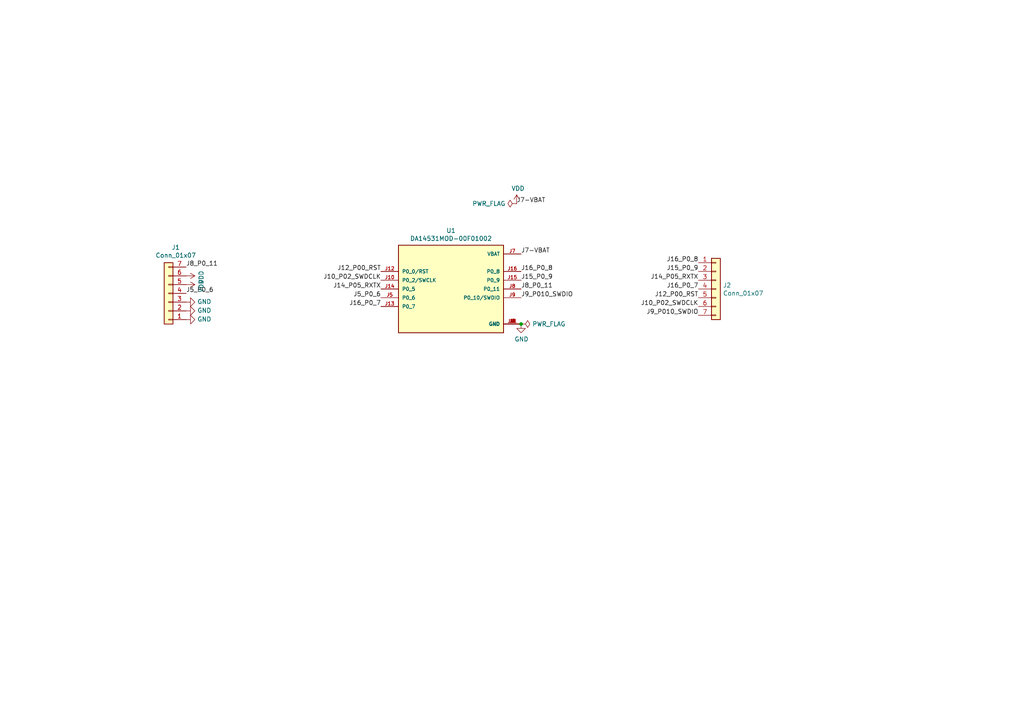
<source format=kicad_sch>
(kicad_sch (version 20230121) (generator eeschema)
  (paper "A4")
  (lib_symbols
    (symbol "Connector_Generic:Conn_01x07" (pin_names (offset 1.016) hide)
      (property "Reference" "J" (at 0 10.16 0))
      (property "Value" "Conn_01x07" (at 0 -10.16 0))
      (symbol "Conn_01x07_1_1"
        (rectangle (start -1.27 -7.493) (end 0 -7.747) (stroke (width 0.1524)))
        (rectangle (start -1.27 -4.953) (end 0 -5.207) (stroke (width 0.1524)))
        (rectangle (start -1.27 -2.413) (end 0 -2.667) (stroke (width 0.1524)))
        (rectangle (start -1.27 0.127) (end 0 -0.127) (stroke (width 0.1524)))
        (rectangle (start -1.27 2.667) (end 0 2.413) (stroke (width 0.1524)))
        (rectangle (start -1.27 5.207) (end 0 4.953) (stroke (width 0.1524)))
        (rectangle (start -1.27 7.747) (end 0 7.493) (stroke (width 0.1524)))
        (rectangle (start -1.27 8.89) (end 1.27 -8.89) (stroke (width 0.254)) (fill (type background)))
        (pin passive line (at -5.08 7.62 0) (length 3.81) (name "Pin_1") (number "1"))
        (pin passive line (at -5.08 5.08 0) (length 3.81) (name "Pin_2") (number "2"))
        (pin passive line (at -5.08 2.54 0) (length 3.81) (name "Pin_3") (number "3"))
        (pin passive line (at -5.08 0 0) (length 3.81) (name "Pin_4") (number "4"))
        (pin passive line (at -5.08 -2.54 0) (length 3.81) (name "Pin_5") (number "5"))
        (pin passive line (at -5.08 -5.08 0) (length 3.81) (name "Pin_6") (number "6"))
        (pin passive line (at -5.08 -7.62 0) (length 3.81) (name "Pin_7") (number "7"))
      )
    )
    (symbol "DA14531MOD-00F01002:DA14531MOD-00F01002" (pin_names (offset 1.016))
      (property "Reference" "U" (at -15.24 13.97 0))
      (property "Value" "DA14531MOD-00F01002" (at -15.24 -13.97 0))
      (symbol "DA14531MOD-00F01002_0_0"
        (rectangle (start -15.24 -12.7) (end 15.24 12.7) (stroke (width 0.254)) (fill (type background)))
        (pin power_in line (at 20.32 -10.16 180) (length 5.08) (name "GND") (number "J1"))
        (pin bidirectional line (at -20.32 2.54 0) (length 5.08) (name "P0_2/SWCLK") (number "J10"))
        (pin power_in line (at 20.32 -10.16 180) (length 5.08) (name "GND") (number "J11"))
        (pin bidirectional line (at -20.32 5.08 0) (length 5.08) (name "P0_0/RST") (number "J12"))
        (pin bidirectional line (at -20.32 -5.08 0) (length 5.08) (name "P0_7") (number "J13"))
        (pin bidirectional line (at -20.32 0 0) (length 5.08) (name "P0_5") (number "J14"))
        (pin bidirectional line (at 20.32 2.54 180) (length 5.08) (name "P0_9") (number "J15"))
        (pin bidirectional line (at 20.32 5.08 180) (length 5.08) (name "P0_8") (number "J16"))
        (pin power_in line (at 20.32 -10.16 180) (length 5.08) (name "GND") (number "J2"))
        (pin power_in line (at 20.32 -10.16 180) (length 5.08) (name "GND") (number "J3"))
        (pin power_in line (at 20.32 -10.16 180) (length 5.08) (name "GND") (number "J4"))
        (pin bidirectional line (at -20.32 -2.54 0) (length 5.08) (name "P0_6") (number "J5"))
        (pin power_in line (at 20.32 -10.16 180) (length 5.08) (name "GND") (number "J6"))
        (pin power_in line (at 20.32 10.16 180) (length 5.08) (name "VBAT") (number "J7"))
        (pin bidirectional line (at 20.32 0 180) (length 5.08) (name "P0_11") (number "J8"))
        (pin bidirectional line (at 20.32 -2.54 180) (length 5.08) (name "P0_10/SWDIO") (number "J9"))
      )
    )
    (symbol "power:GND" (power) (pin_names (offset 0))
      (property "Value" "GND" (at 0 -3.81 0))
      (symbol "GND_0_1"
        (polyline (pts (xy 0 0) (xy 0 -1.27) (xy 1.27 -1.27) (xy 0 -2.54) (xy -1.27 -1.27) (xy 0 -1.27)))
      )
      (symbol "GND_1_1"
        (pin power_in line (at 0 0 270) (length 0) hide (name "GND") (number "1"))
      )
    )
    (symbol "power:PWR_FLAG" (power) (pin_numbers hide) (pin_names (offset 0) hide)
      (property "Value" "PWR_FLAG" (at 0 3.81 0))
      (symbol "PWR_FLAG_0_0"
        (pin power_out line (at 0 0 90) (length 0) (name "pwr") (number "1"))
      )
      (symbol "PWR_FLAG_0_1"
        (polyline (pts (xy 0 0) (xy 0 1.27) (xy -1.016 1.905) (xy 0 2.54) (xy 1.016 1.905) (xy 0 1.27)))
      )
    )
    (symbol "power:VDD" (power) (pin_names (offset 0))
      (property "Value" "VDD" (at 0 3.81 0))
      (symbol "VDD_0_1"
        (polyline (pts (xy -0.762 1.27) (xy 0 2.54)))
        (polyline (pts (xy 0 0) (xy 0 2.54)))
        (polyline (pts (xy 0 2.54) (xy 0.762 1.27)))
      )
      (symbol "VDD_1_1"
        (pin power_in line (at 0 0 90) (length 0) hide (name "VDD") (number "1"))
      )
    )
  )
  (junction (at 151.13 93.98))
  (label "J14_P05_RXTX" (at 202.565 81.28 180))
  (label "J16_P0_8" (at 151.13 78.74 0))
  (label "J12_P00_RST" (at 202.565 86.36 180))
  (label "J8_P0_11" (at 53.975 77.47 0))
  (label "J16_P0_8" (at 202.565 76.2 180))
  (label "J16_P0_7" (at 110.49 88.9 180))
  (label "J7-VBAT" (at 149.86 59.055 0))
  (label "J15_P0_9" (at 202.565 78.74 180))
  (label "J16_P0_7" (at 202.565 83.82 180))
  (label "J14_P05_RXTX" (at 110.49 83.82 180))
  (label "J9_P010_SWDIO" (at 151.13 86.36 0))
  (label "J15_P0_9" (at 151.13 81.28 0))
  (label "J7-VBAT" (at 151.13 73.66 0))
  (label "J5_P0_6" (at 110.49 86.36 180))
  (label "J12_P00_RST" (at 110.49 78.74 180))
  (label "J5_P0_6" (at 53.975 85.09 0))
  (label "J9_P010_SWDIO" (at 202.565 91.44 180))
  (label "J10_P02_SWDCLK" (at 202.565 88.9 180))
  (label "J10_P02_SWDCLK" (at 110.49 81.28 180))
  (label "J8_P0_11" (at 151.13 83.82 0))
  (symbol (lib_id "DA14531MOD-00F01002:DA14531MOD-00F01002") (at 130.81 83.82 0) (unit 1)
    (property "Reference" "U1" (at 130.81 66.8782 0))
    (property "Value" "DA14531MOD-00F01002" (at 130.81 69.1896 0))
    (property "Footprint" "DA14531MOD-00F01002:XCVR_DA14531MOD-00F01002" (effects hide))
    (property "STANDARD" "Manufacturer Recommendations" (effects hide))
    (property "PARTREV" "1.0" (effects hide))
    (property "MANUFACTURER" "Dialog Semiconductor" (effects hide))
    (property "MAXIMUM_PACKAGE_HEIGHT" "3.05mm" (effects hide))
  )
  (symbol (lib_id "power:VDD") (at 53.975 82.55 270) (unit 1)
    (property "Reference" "#PWR0103" (effects hide))
    (property "Value" "VDD" (at 58.3692 82.931 0))
  )
  (symbol (lib_id "power:VDD") (at 53.975 80.01 270) (unit 1)
    (property "Reference" "#PWR0104" (effects hide))
    (property "Value" "VDD" (at 58.3692 80.391 0))
  )
  (symbol (lib_id "power:GND") (at 151.13 93.98 0) (unit 1)
    (property "Reference" "#PWR03" (effects hide))
    (property "Value" "GND" (at 151.257 98.3742 0))
  )
  (symbol (lib_id "power:VDD") (at 149.86 59.055 0) (unit 1)
    (property "Reference" "#PWR02" (effects hide))
    (property "Value" "VDD" (at 150.241 54.6608 0))
  )
  (symbol (lib_id "power:GND") (at 53.975 90.17 90) (unit 1)
    (property "Reference" "#PWR04" (effects hide))
    (property "Value" "GND" (at 57.2262 90.043 90) (effects (justify right)))
  )
  (symbol (lib_id "Connector_Generic:Conn_01x07") (at 207.645 83.82 0) (unit 1)
    (property "Reference" "J2" (at 209.677 82.7532 0) (effects (justify left)))
    (property "Value" "Conn_01x07" (at 209.677 85.0646 0) (effects (justify left)))
    (property "Footprint" "Connector_PinHeader_2.54mm:PinHeader_1x07_P2.54mm_Vertical" (effects hide))
  )
  (symbol (lib_id "Connector_Generic:Conn_01x07") (at 48.895 85.09 180) (unit 1)
    (property "Reference" "J1" (at 50.9778 71.755 0))
    (property "Value" "Conn_01x07" (at 50.9778 74.0664 0))
    (property "Footprint" "Connector_PinHeader_2.54mm:PinHeader_1x07_P2.54mm_Vertical" (effects hide))
  )
  (symbol (lib_id "power:GND") (at 53.975 92.71 90) (unit 1)
    (property "Reference" "#PWR0101" (effects hide))
    (property "Value" "GND" (at 57.2262 92.583 90) (effects (justify right)))
  )
  (symbol (lib_id "power:PWR_FLAG") (at 149.86 59.055 90) (unit 1)
    (property "Reference" "#FLG0101" (effects hide))
    (property "Value" "PWR_FLAG" (at 146.6342 59.055 90) (effects (justify left)))
  )
  (symbol (lib_id "power:PWR_FLAG") (at 151.13 93.98 270) (unit 1)
    (property "Reference" "#FLG0102" (effects hide))
    (property "Value" "PWR_FLAG" (at 154.3812 93.98 90) (effects (justify left)))
  )
  (symbol (lib_id "power:GND") (at 53.975 87.63 90) (unit 1)
    (property "Reference" "#PWR0102" (effects hide))
    (property "Value" "GND" (at 57.2262 87.503 90) (effects (justify right)))
  )
)
</source>
